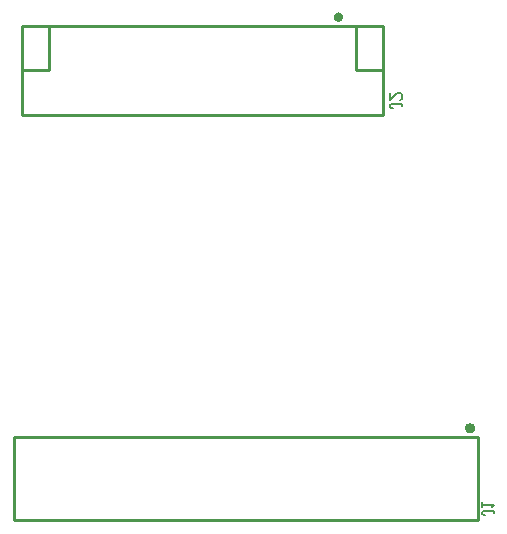
<source format=gbr>
G04 start of page 9 for group -4078 idx -4078 *
G04 Title: 96Boards CE I2S Mezzanine, bottomsilk *
G04 Creator: pcb 20140316 *
G04 CreationDate: Mon 17 Sep 2018 12:34:06 PM GMT UTC *
G04 For: adam *
G04 Format: Gerber/RS-274X *
G04 PCB-Dimensions (mm): 85.00 54.00 *
G04 PCB-Coordinate-Origin: lower left *
%MOMM*%
%FSLAX43Y43*%
%LNBOTTOMSILK*%
%ADD107C,0.200*%
%ADD106C,0.400*%
%ADD105C,0.500*%
%ADD104C,0.250*%
G54D104*X36350Y7500D02*X75650D01*
X36350Y500D02*X75650D01*
Y7500D02*Y500D01*
X36350Y7500D02*Y500D01*
G54D105*X75000Y8050D02*G75*G03X75000Y8050I0J200D01*G01*
G54D104*X37100Y42300D02*X67600D01*
X37100D02*Y34800D01*
X67600D01*
Y42300D02*Y34800D01*
X65350Y38550D02*X67600D01*
X65350Y42300D02*Y38550D01*
X37100D02*X39350D01*
Y42300D02*Y38550D01*
G54D106*X63850Y42850D02*G75*G03X63850Y42850I0J200D01*G01*
G54D107*X69196Y35528D02*Y35731D01*
X68307D02*X69196D01*
X68180Y35604D02*X68307Y35731D01*
X68180Y35477D02*Y35604D01*
X68307Y35350D02*X68180Y35477D01*
X68307Y35350D02*X68434D01*
X69069Y36036D02*X69196Y36163D01*
Y36544D01*
X69069Y36671D01*
X68815D02*X69069D01*
X68180Y36036D02*X68815Y36671D01*
X68180Y36036D02*Y36671D01*
X77046Y1078D02*Y1281D01*
X76157D02*X77046D01*
X76030Y1154D02*X76157Y1281D01*
X76030Y1027D02*Y1154D01*
X76157Y900D02*X76030Y1027D01*
X76157Y900D02*X76284D01*
X76843Y1586D02*X77046Y1789D01*
X76030D02*X77046D01*
X76030Y1586D02*Y1967D01*
M02*

</source>
